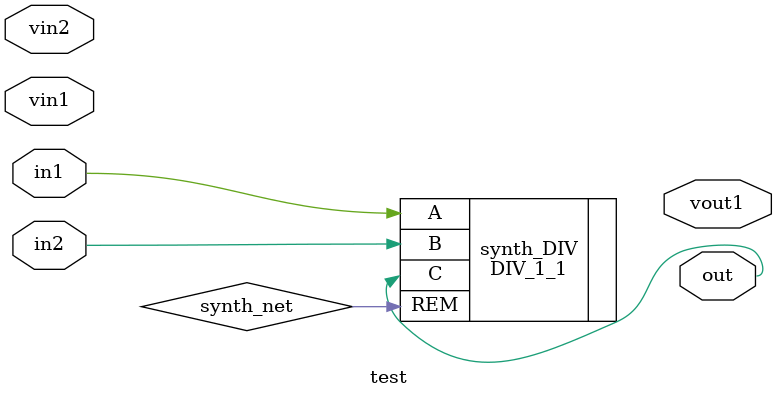
<source format=v>
module test(out, in1, in2, vin1, vin2, vout1);

output wire out;
input wire in1;
input wire in2;
input wire [1:0]vin1;
input wire [2:0]vin2;
output wire [3:0]vout1;
wire synth_net;
wire synth_net_1;
wire synth_net_2;
wire synth_net_3;
wire synth_net_4;
wire synth_net_5;
wire synth_net_6;
wire synth_net_7;
DIV_1_1 synth_DIV(.REM(synth_net), .C(out), .A(in1), .B(in2));
GND_0_1 synth_GND(.OUT(synth_net_1));
GND_0_1 synth_GND_0(.OUT(synth_net_2));
GND_0_1 synth_GND_1(.OUT(synth_net_3));
DIV_4_4 synth_DIV_0(.REM({synth_net_4, synth_net_5, synth_net_6, synth_net_7}), 
    .C({synth_net_8, synth_net_9, synth_net_10, synth_net_11}), .A(
    {synth_net_1, synth_net_2, vin1[1], vin1[0]}), .B(
    {synth_net_3, vin2[2], vin2[1], vin2[0]}));
endmodule

</source>
